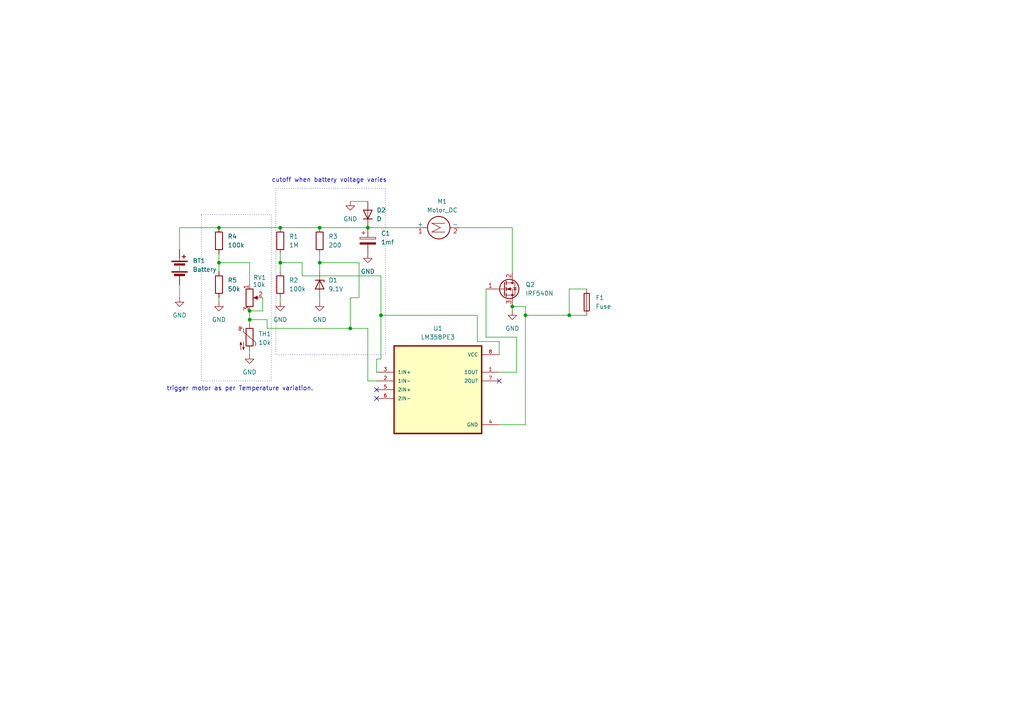
<source format=kicad_sch>
(kicad_sch (version 20231120) (generator "eeschema") (generator_version "8.0")
  (paper "A4")
  (lib_symbols
    (symbol "Device:Battery" (pin_numbers hide) (pin_names (offset 0) hide)
      (property "Reference" "BT" (at 2.54 2.54 0))
      (property "Value" "Battery" (at 2.54 0 0))
      (symbol "Battery_0_1"
        (rectangle (start -2.286 -1.27) (end 2.286 -1.524) (fill (type outline)))
        (rectangle (start -2.286 1.778) (end 2.286 1.524) (fill (type outline)))
        (rectangle (start -1.524 -2.032) (end 1.524 -2.54) (fill (type outline)))
        (rectangle (start -1.524 1.016) (end 1.524 0.508) (fill (type outline)))
        (polyline (pts (xy 0 -1.016) (xy 0 -0.762)))
        (polyline (pts (xy 0 -0.508) (xy 0 -0.254)))
        (polyline (pts (xy 0 0) (xy 0 0.254)))
        (polyline (pts (xy 0 1.778) (xy 0 2.54)))
        (polyline (pts (xy 0.762 3.048) (xy 1.778 3.048)) (stroke (width 0.254)))
        (polyline (pts (xy 1.27 3.556) (xy 1.27 2.54)) (stroke (width 0.254)))
      )
      (symbol "Battery_1_1"
        (pin passive line (at 0 5.08 270) (length 2.54) (name "+") (number "1"))
        (pin passive line (at 0 -5.08 90) (length 2.54) (name "-") (number "2"))
      )
    )
    (symbol "Device:C_Polarized" (pin_numbers hide) (pin_names (offset 0.254))
      (property "Reference" "C" (at 0.635 2.54 0))
      (property "Value" "C_Polarized" (at 0.635 -2.54 0))
      (symbol "C_Polarized_0_1"
        (rectangle (start -2.286 0.508) (end 2.286 1.016))
        (polyline (pts (xy -1.778 2.286) (xy -0.762 2.286)))
        (polyline (pts (xy -1.27 2.794) (xy -1.27 1.778)))
        (rectangle (start 2.286 -0.508) (end -2.286 -1.016) (fill (type outline)))
      )
      (symbol "C_Polarized_1_1"
        (pin passive line (at 0 3.81 270) (length 2.794) (name "~") (number "1"))
        (pin passive line (at 0 -3.81 90) (length 2.794) (name "~") (number "2"))
      )
    )
    (symbol "Device:D" (pin_numbers hide) (pin_names (offset 1.016) hide)
      (property "Reference" "D" (at 0 2.54 0))
      (property "Value" "D" (at 0 -2.54 0))
      (symbol "D_0_1"
        (polyline (pts (xy -1.27 1.27) (xy -1.27 -1.27)) (stroke (width 0.254)))
        (polyline (pts (xy 1.27 0) (xy -1.27 0)))
        (polyline (pts (xy 1.27 1.27) (xy 1.27 -1.27) (xy -1.27 0) (xy 1.27 1.27)) (stroke (width 0.254)))
      )
      (symbol "D_1_1"
        (pin passive line (at -3.81 0 0) (length 2.54) (name "K") (number "1"))
        (pin passive line (at 3.81 0 180) (length 2.54) (name "A") (number "2"))
      )
    )
    (symbol "Device:D_Zener" (pin_numbers hide) (pin_names (offset 1.016) hide)
      (property "Reference" "D" (at 0 2.54 0))
      (property "Value" "D_Zener" (at 0 -2.54 0))
      (symbol "D_Zener_0_1"
        (polyline (pts (xy 1.27 0) (xy -1.27 0)))
        (polyline (pts (xy -1.27 -1.27) (xy -1.27 1.27) (xy -0.762 1.27)) (stroke (width 0.254)))
        (polyline (pts (xy 1.27 -1.27) (xy 1.27 1.27) (xy -1.27 0) (xy 1.27 -1.27)) (stroke (width 0.254)))
      )
      (symbol "D_Zener_1_1"
        (pin passive line (at -3.81 0 0) (length 2.54) (name "K") (number "1"))
        (pin passive line (at 3.81 0 180) (length 2.54) (name "A") (number "2"))
      )
    )
    (symbol "Device:Fuse" (pin_numbers hide) (pin_names (offset 0))
      (property "Reference" "F" (at 2.032 0 90))
      (property "Value" "Fuse" (at -1.905 0 90))
      (symbol "Fuse_0_1"
        (rectangle (start -0.762 -2.54) (end 0.762 2.54) (stroke (width 0.254)))
        (polyline (pts (xy 0 2.54) (xy 0 -2.54)))
      )
      (symbol "Fuse_1_1"
        (pin passive line (at 0 3.81 270) (length 1.27) (name "~") (number "1"))
        (pin passive line (at 0 -3.81 90) (length 1.27) (name "~") (number "2"))
      )
    )
    (symbol "Device:R" (pin_numbers hide) (pin_names (offset 0))
      (property "Reference" "R" (at 2.032 0 90))
      (property "Value" "R" (at 0 0 90))
      (symbol "R_0_1"
        (rectangle (start -1.016 -2.54) (end 1.016 2.54) (stroke (width 0.254)))
      )
      (symbol "R_1_1"
        (pin passive line (at 0 3.81 270) (length 1.27) (name "~") (number "1"))
        (pin passive line (at 0 -3.81 90) (length 1.27) (name "~") (number "2"))
      )
    )
    (symbol "Device:R_Potentiometer" (pin_names (offset 1.016) hide)
      (property "Reference" "RV" (at -4.445 0 90))
      (property "Value" "R_Potentiometer" (at -2.54 0 90))
      (symbol "R_Potentiometer_0_1"
        (polyline (pts (xy 2.54 0) (xy 1.524 0)))
        (polyline (pts (xy 1.143 0) (xy 2.286 0.508) (xy 2.286 -0.508) (xy 1.143 0)) (fill (type outline)))
        (rectangle (start 1.016 2.54) (end -1.016 -2.54) (stroke (width 0.254)))
      )
      (symbol "R_Potentiometer_1_1"
        (pin passive line (at 0 3.81 270) (length 1.27) (name "1") (number "1"))
        (pin passive line (at 3.81 0 180) (length 1.27) (name "2") (number "2"))
        (pin passive line (at 0 -3.81 90) (length 1.27) (name "3") (number "3"))
      )
    )
    (symbol "Device:Thermistor_NTC" (pin_numbers hide) (pin_names (offset 0))
      (property "Reference" "TH" (at -4.445 0 90))
      (property "Value" "Thermistor_NTC" (at 3.175 0 90))
      (symbol "Thermistor_NTC_0_1"
        (arc (start -3.048 2.159) (mid -3.0495 2.3143) (end -3.175 2.413))
        (arc (start -3.048 2.159) (mid -2.9736 1.9794) (end -2.794 1.905))
        (arc (start -3.048 2.794) (mid -2.9736 2.6144) (end -2.794 2.54))
        (arc (start -2.794 1.905) (mid -2.6144 1.9794) (end -2.54 2.159))
        (arc (start -2.794 2.54) (mid -2.4393 2.5587) (end -2.159 2.794))
        (arc (start -2.794 3.048) (mid -2.9736 2.9736) (end -3.048 2.794))
        (arc (start -2.54 2.794) (mid -2.6144 2.9736) (end -2.794 3.048))
        (rectangle (start -1.016 2.54) (end 1.016 -2.54) (stroke (width 0.254)))
        (polyline (pts (xy -2.54 2.159) (xy -2.54 2.794)))
        (polyline (pts (xy -1.778 2.54) (xy -1.778 1.524) (xy 1.778 -1.524) (xy 1.778 -2.54)))
        (polyline (pts (xy -2.54 -3.683) (xy -2.54 -1.397) (xy -2.794 -2.159) (xy -2.286 -2.159) (xy -2.54 -1.397) (xy -2.54 -1.651)) (fill (type outline)))
        (polyline (pts (xy -1.778 -1.397) (xy -1.778 -3.683) (xy -2.032 -2.921) (xy -1.524 -2.921) (xy -1.778 -3.683) (xy -1.778 -3.429)) (fill (type outline)))
      )
      (symbol "Thermistor_NTC_1_1"
        (pin passive line (at 0 3.81 270) (length 1.27) (name "~") (number "1"))
        (pin passive line (at 0 -3.81 90) (length 1.27) (name "~") (number "2"))
      )
    )
    (symbol "LM358PE3:LM358PE3" (pin_names (offset 1.016))
      (property "Reference" "U" (at -12.7 13.7 0))
      (property "Value" "LM358PE3" (at -12.7 -16.7 0))
      (symbol "LM358PE3_0_0"
        (rectangle (start -12.7 -12.7) (end 12.7 12.7) (stroke (width 0.41)) (fill (type background)))
        (pin output line (at 17.78 5.08 180) (length 5.08) (name "1OUT") (number "1"))
        (pin input line (at -17.78 2.54 0) (length 5.08) (name "1IN-") (number "2"))
        (pin input line (at -17.78 5.08 0) (length 5.08) (name "1IN+") (number "3"))
        (pin power_in line (at 17.78 -10.16 180) (length 5.08) (name "GND") (number "4"))
        (pin input line (at -17.78 0 0) (length 5.08) (name "2IN+") (number "5"))
        (pin input line (at -17.78 -2.54 0) (length 5.08) (name "2IN-") (number "6"))
        (pin output line (at 17.78 2.54 180) (length 5.08) (name "2OUT") (number "7"))
        (pin power_in line (at 17.78 10.16 180) (length 5.08) (name "VCC") (number "8"))
      )
    )
    (symbol "Motor:Motor_DC" (pin_names (offset 0))
      (property "Reference" "M" (at 2.54 2.54 0))
      (property "Value" "Motor_DC" (at 2.54 -5.08 0))
      (symbol "Motor_DC_0_0"
        (polyline (pts (xy -1.27 -3.302) (xy -1.27 0.508) (xy 0 -2.032) (xy 1.27 0.508) (xy 1.27 -3.302)))
      )
      (symbol "Motor_DC_0_1"
        (circle (center 0 -1.524) (radius 3.2512) (stroke (width 0.254)))
        (polyline (pts (xy 0 -7.62) (xy 0 -7.112)))
        (polyline (pts (xy 0 -4.7752) (xy 0 -5.1816)))
        (polyline (pts (xy 0 1.7272) (xy 0 2.0828)))
        (polyline (pts (xy 0 2.032) (xy 0 2.54)))
      )
      (symbol "Motor_DC_1_1"
        (pin passive line (at 0 5.08 270) (length 2.54) (name "+") (number "1"))
        (pin passive line (at 0 -7.62 90) (length 2.54) (name "-") (number "2"))
      )
    )
    (symbol "Transistor_FET:IRF540N" (pin_names hide)
      (property "Reference" "Q" (at 5.08 1.905 0))
      (property "Value" "IRF540N" (at 5.08 0 0))
      (symbol "IRF540N_0_1"
        (polyline (pts (xy 0.254 0) (xy -2.54 0)))
        (polyline (pts (xy 0.254 1.905) (xy 0.254 -1.905)) (stroke (width 0.254)))
        (polyline (pts (xy 0.762 -1.27) (xy 0.762 -2.286)) (stroke (width 0.254)))
        (polyline (pts (xy 0.762 0.508) (xy 0.762 -0.508)) (stroke (width 0.254)))
        (polyline (pts (xy 0.762 2.286) (xy 0.762 1.27)) (stroke (width 0.254)))
        (polyline (pts (xy 2.54 2.54) (xy 2.54 1.778)))
        (polyline (pts (xy 2.54 -2.54) (xy 2.54 0) (xy 0.762 0)))
        (polyline (pts (xy 0.762 -1.778) (xy 3.302 -1.778) (xy 3.302 1.778) (xy 0.762 1.778)))
        (polyline (pts (xy 1.016 0) (xy 2.032 0.381) (xy 2.032 -0.381) (xy 1.016 0)) (fill (type outline)))
        (polyline (pts (xy 2.794 0.508) (xy 2.921 0.381) (xy 3.683 0.381) (xy 3.81 0.254)))
        (polyline (pts (xy 3.302 0.381) (xy 2.921 -0.254) (xy 3.683 -0.254) (xy 3.302 0.381)))
        (circle (center 1.651 0) (radius 2.794) (stroke (width 0.254)))
        (circle (center 2.54 -1.778) (radius 0.254) (fill (type outline)))
        (circle (center 2.54 1.778) (radius 0.254) (fill (type outline)))
      )
      (symbol "IRF540N_1_1"
        (pin input line (at -5.08 0 0) (length 2.54) (name "G") (number "1"))
        (pin passive line (at 2.54 5.08 270) (length 2.54) (name "D") (number "2"))
        (pin passive line (at 2.54 -5.08 90) (length 2.54) (name "S") (number "3"))
      )
    )
    (symbol "power:GND" (power) (pin_numbers hide) (pin_names (offset 0) hide)
      (property "Value" "GND" (at 0 -3.81 0))
      (symbol "GND_0_1"
        (polyline (pts (xy 0 0) (xy 0 -1.27) (xy 1.27 -1.27) (xy 0 -2.54) (xy -1.27 -1.27) (xy 0 -1.27)))
      )
      (symbol "GND_1_1"
        (pin power_in line (at 0 0 270) (length 0) (name "~") (number "1"))
      )
    )
  )
  (junction (at 81.28 76.2))
  (junction (at 72.39 92.71))
  (junction (at 63.5 76.2))
  (junction (at 101.6 95.25))
  (junction (at 63.5 66.04))
  (junction (at 148.59 88.9))
  (junction (at 92.71 76.2))
  (junction (at 106.68 66.04))
  (junction (at 110.49 91.44))
  (junction (at 81.28 66.04))
  (junction (at 165.1 91.44))
  (junction (at 152.4 91.44))
  (junction (at 72.39 90.17))
  (junction (at 92.71 66.04))
  (no_connect (at 109.22 113.03))
  (no_connect (at 109.22 115.57))
  (no_connect (at 144.78 110.49))
  (wire (pts (xy 63.5 86.36) (xy 63.5 87.63)))
  (wire (pts (xy 72.39 90.17) (xy 76.2 90.17)))
  (wire (pts (xy 110.49 91.44) (xy 110.49 104.14)))
  (wire (pts (xy 104.14 86.36) (xy 101.6 86.36)))
  (wire (pts (xy 152.4 91.44) (xy 152.4 123.19)))
  (wire (pts (xy 101.6 58.42) (xy 106.68 58.42)))
  (wire (pts (xy 63.5 73.66) (xy 63.5 76.2)))
  (wire (pts (xy 152.4 88.9) (xy 148.59 88.9)))
  (wire (pts (xy 149.86 107.95) (xy 149.86 97.79)))
  (wire (pts (xy 144.78 102.87) (xy 144.78 99.06)))
  (wire (pts (xy 165.1 91.44) (xy 170.18 91.44)))
  (wire (pts (xy 87.63 80.01) (xy 87.63 76.2)))
  (wire (pts (xy 110.49 80.01) (xy 87.63 80.01)))
  (wire (pts (xy 144.78 123.19) (xy 152.4 123.19)))
  (wire (pts (xy 133.35 66.04) (xy 148.59 66.04)))
  (wire (pts (xy 170.18 83.82) (xy 165.1 83.82)))
  (wire (pts (xy 77.47 92.71) (xy 72.39 92.71)))
  (wire (pts (xy 81.28 73.66) (xy 81.28 76.2)))
  (wire (pts (xy 148.59 88.9) (xy 148.59 90.17)))
  (wire (pts (xy 110.49 91.44) (xy 138.43 91.44)))
  (wire (pts (xy 109.22 110.49) (xy 106.68 110.49)))
  (wire (pts (xy 101.6 86.36) (xy 101.6 95.25)))
  (wire (pts (xy 76.2 86.36) (xy 76.2 90.17)))
  (wire (pts (xy 165.1 83.82) (xy 165.1 91.44)))
  (wire (pts (xy 63.5 66.04) (xy 81.28 66.04)))
  (wire (pts (xy 72.39 90.17) (xy 72.39 92.71)))
  (wire (pts (xy 72.39 76.2) (xy 72.39 82.55)))
  (wire (pts (xy 77.47 95.25) (xy 77.47 92.71)))
  (wire (pts (xy 92.71 73.66) (xy 92.71 76.2)))
  (wire (pts (xy 87.63 76.2) (xy 81.28 76.2)))
  (wire (pts (xy 106.68 95.25) (xy 101.6 95.25)))
  (wire (pts (xy 140.97 97.79) (xy 140.97 83.82)))
  (wire (pts (xy 81.28 86.36) (xy 81.28 87.63)))
  (wire (pts (xy 149.86 97.79) (xy 140.97 97.79)))
  (wire (pts (xy 152.4 88.9) (xy 152.4 91.44)))
  (wire (pts (xy 148.59 66.04) (xy 148.59 78.74)))
  (wire (pts (xy 92.71 66.04) (xy 106.68 66.04)))
  (wire (pts (xy 52.07 72.39) (xy 52.07 66.04)))
  (wire (pts (xy 81.28 66.04) (xy 92.71 66.04)))
  (wire (pts (xy 109.22 104.14) (xy 109.22 107.95)))
  (wire (pts (xy 92.71 76.2) (xy 92.71 78.74)))
  (wire (pts (xy 144.78 107.95) (xy 149.86 107.95)))
  (wire (pts (xy 106.68 110.49) (xy 106.68 95.25)))
  (wire (pts (xy 165.1 91.44) (xy 152.4 91.44)))
  (wire (pts (xy 106.68 66.04) (xy 120.65 66.04)))
  (wire (pts (xy 52.07 82.55) (xy 52.07 86.36)))
  (wire (pts (xy 110.49 80.01) (xy 110.49 91.44)))
  (wire (pts (xy 138.43 99.06) (xy 138.43 91.44)))
  (wire (pts (xy 72.39 92.71) (xy 72.39 93.98)))
  (wire (pts (xy 72.39 76.2) (xy 63.5 76.2)))
  (wire (pts (xy 52.07 66.04) (xy 63.5 66.04)))
  (wire (pts (xy 81.28 76.2) (xy 81.28 78.74)))
  (wire (pts (xy 101.6 95.25) (xy 77.47 95.25)))
  (wire (pts (xy 144.78 99.06) (xy 138.43 99.06)))
  (wire (pts (xy 110.49 104.14) (xy 109.22 104.14)))
  (wire (pts (xy 104.14 76.2) (xy 92.71 76.2)))
  (wire (pts (xy 104.14 86.36) (xy 104.14 76.2)))
  (wire (pts (xy 92.71 86.36) (xy 92.71 87.63)))
  (wire (pts (xy 72.39 101.6) (xy 72.39 102.87)))
  (wire (pts (xy 63.5 76.2) (xy 63.5 78.74)))
  (rectangle (start 80.01 54.61) (end 111.76 102.87) (stroke (width 0) (type dot)))
  (rectangle (start 58.42 62.23) (end 78.74 110.49) (stroke (width 0) (type dot)))
  (text "cutoff when battery voltage varies\n" (at 95.504 52.324 0) (effects (font (size 1.27 1.27))))
  (text "trigger motor as per Temperature variation.\n" (at 69.596 112.776 0) (effects (font (size 1.27 1.27))))
  (symbol (lib_id "power:GND") (at 101.6 58.42 0) (unit 1)
    (property "Reference" "#PWR06" (effects (hide yes)))
    (property "Value" "GND" (at 101.6 63.5 0))
    (property "Description" "Power symbol creates a global label with name \"GND\" , ground" (effects (hide yes)))
  )
  (symbol (lib_id "power:GND") (at 148.59 90.17 0) (unit 1)
    (property "Reference" "#PWR09" (effects (hide yes)))
    (property "Value" "GND" (at 148.59 95.25 0))
    (property "Description" "Power symbol creates a global label with name \"GND\" , ground" (effects (hide yes)))
  )
  (symbol (lib_id "Device:Battery") (at 52.07 77.47 0) (unit 1)
    (property "Reference" "BT1" (at 55.88 75.6284 0) (effects (justify left)))
    (property "Value" "Battery" (at 55.88 78.1684 0) (effects (justify left)))
    (property "Footprint" "Connector_PinHeader_2.54mm:PinHeader_1x02_P2.54mm_Vertical" (effects (hide yes)))
    (property "Description" "Multiple-cell battery" (effects (hide yes)))
  )
  (symbol (lib_id "Motor:Motor_DC") (at 125.73 66.04 90) (unit 1)
    (property "Reference" "M1" (at 128.27 58.42 90))
    (property "Value" "Motor_DC" (at 128.27 60.96 90))
    (property "Footprint" "Connector_PinHeader_2.54mm:PinHeader_1x02_P2.54mm_Vertical" (effects (hide yes)))
    (property "Description" "DC Motor" (effects (hide yes)))
  )
  (symbol (lib_id "Device:D_Zener") (at 92.71 82.55 270) (unit 1)
    (property "Reference" "D1" (at 95.25 81.2799 90) (effects (justify left)))
    (property "Value" "9.1V" (at 95.25 83.8199 90) (effects (justify left)))
    (property "Footprint" "Diode_THT:D_DO-34_SOD68_P12.70mm_Horizontal" (effects (hide yes)))
    (property "Description" "Zener diode" (effects (hide yes)))
  )
  (symbol (lib_id "Device:C_Polarized") (at 106.68 69.85 0) (unit 1)
    (property "Reference" "C1" (at 110.49 67.6909 0) (effects (justify left)))
    (property "Value" "1mf" (at 110.49 70.2309 0) (effects (justify left)))
    (property "Footprint" "Capacitor_THT:CP_Radial_D12.5mm_P7.50mm" (effects (hide yes)))
    (property "Description" "Polarized capacitor" (effects (hide yes)))
  )
  (symbol (lib_id "Transistor_FET:IRF540N") (at 146.05 83.82 0) (unit 1)
    (property "Reference" "Q2" (at 152.4 82.5499 0) (effects (justify left)))
    (property "Value" "IRF540N" (at 152.4 85.0899 0) (effects (justify left)))
    (property "Footprint" "Package_TO_SOT_THT:TO-220-3_Vertical" (effects (hide yes)))
    (property "Datasheet" "http://www.irf.com/product-info/datasheets/data/irf540n.pdf" (effects (hide yes)))
    (property "Description" "33A Id, 100V Vds, HEXFET N-Channel MOSFET, TO-220" (effects (hide yes)))
  )
  (symbol (lib_id "power:GND") (at 72.39 102.87 0) (unit 1)
    (property "Reference" "#PWR08" (effects (hide yes)))
    (property "Value" "GND" (at 72.39 107.95 0))
    (property "Description" "Power symbol creates a global label with name \"GND\" , ground" (effects (hide yes)))
  )
  (symbol (lib_id "Device:R") (at 63.5 82.55 0) (unit 1)
    (property "Reference" "R5" (at 66.04 81.2799 0) (effects (justify left)))
    (property "Value" "50k" (at 66.04 83.8199 0) (effects (justify left)))
    (property "Footprint" "Resistor_THT:R_Axial_DIN0207_L6.3mm_D2.5mm_P7.62mm_Horizontal" (effects (hide yes)))
    (property "Description" "Resistor" (effects (hide yes)))
    (property "Sim.Device" "R" (effects (hide yes)))
    (property "Sim.Type" "=" (effects (hide yes)))
    (property "Sim.Params" "r=R" (effects (hide yes)))
    (property "Sim.Pins" "1=+ 2=-" (effects (hide yes)))
  )
  (symbol (lib_id "power:GND") (at 52.07 86.36 0) (unit 1)
    (property "Reference" "#PWR04" (effects (hide yes)))
    (property "Value" "GND" (at 52.07 91.44 0))
    (property "Description" "Power symbol creates a global label with name \"GND\" , ground" (effects (hide yes)))
  )
  (symbol (lib_id "Device:R") (at 81.28 82.55 0) (unit 1)
    (property "Reference" "R2" (at 83.82 81.2799 0) (effects (justify left)))
    (property "Value" "100k" (at 83.82 83.8199 0) (effects (justify left)))
    (property "Footprint" "Resistor_THT:R_Axial_DIN0207_L6.3mm_D2.5mm_P7.62mm_Horizontal" (effects (hide yes)))
    (property "Description" "Resistor" (effects (hide yes)))
    (property "Sim.Device" "R" (effects (hide yes)))
    (property "Sim.Type" "=" (effects (hide yes)))
    (property "Sim.Params" "r=R" (effects (hide yes)))
    (property "Sim.Pins" "1=+ 2=-" (effects (hide yes)))
  )
  (symbol (lib_id "LM358PE3:LM358PE3") (at 127 113.03 0) (unit 1)
    (property "Reference" "U1" (at 127 95.25 0))
    (property "Value" "LM358PE3" (at 127 97.79 0))
    (property "Footprint" "LM358PE3:DIP794W45P254L959H508Q8" (effects (hide yes)))
    (property "MF" "Texas Instruments" (effects (hide yes)))
    (property "Description_1" "\nDual, 30-V, 700-kHz operational amplifier\n" (effects (hide yes)))
    (property "Package" "PDIP-8 Texas" (effects (hide yes)))
    (property "Price" "None" (effects (hide yes)))
    (property "SnapEDA_Link" "https://www.snapeda.com/parts/LM358PE3/Texas+Instruments/view-part/?ref=snap" (effects (hide yes)))
    (property "MP" "LM358PE3" (effects (hide yes)))
    (property "Availability" "In Stock" (effects (hide yes)))
    (property "Check_prices" "https://www.snapeda.com/parts/LM358PE3/Texas+Instruments/view-part/?ref=eda" (effects (hide yes)))
  )
  (symbol (lib_id "Device:R_Potentiometer") (at 72.39 86.36 0) (unit 1)
    (property "Reference" "RV1" (at 77.216 80.518 0) (effects (justify right)))
    (property "Value" "10k" (at 76.962 82.55 0) (effects (justify right)))
    (property "Footprint" "Potentiometer_THT:Potentiometer_Bourns_3296W_Vertical" (effects (hide yes)))
    (property "Description" "Potentiometer" (effects (hide yes)))
  )
  (symbol (lib_id "Device:R") (at 63.5 69.85 0) (unit 1)
    (property "Reference" "R4" (at 66.04 68.5799 0) (effects (justify left)))
    (property "Value" "100k" (at 66.04 71.1199 0) (effects (justify left)))
    (property "Footprint" "Resistor_THT:R_Axial_DIN0207_L6.3mm_D2.5mm_P7.62mm_Horizontal" (effects (hide yes)))
    (property "Description" "Resistor" (effects (hide yes)))
  )
  (symbol (lib_id "Device:D") (at 106.68 62.23 90) (unit 1)
    (property "Reference" "D2" (at 109.22 60.9599 90) (effects (justify right)))
    (property "Value" "D" (at 109.22 63.4999 90) (effects (justify right)))
    (property "Footprint" "Diode_THT:D_A-405_P12.70mm_Horizontal" (effects (hide yes)))
    (property "Description" "Diode" (effects (hide yes)))
    (property "Sim.Device" "D" (effects (hide yes)))
    (property "Sim.Pins" "1=K 2=A" (effects (hide yes)))
  )
  (symbol (lib_id "power:GND") (at 81.28 87.63 0) (unit 1)
    (property "Reference" "#PWR01" (effects (hide yes)))
    (property "Value" "GND" (at 81.28 92.71 0))
    (property "Description" "Power symbol creates a global label with name \"GND\" , ground" (effects (hide yes)))
  )
  (symbol (lib_id "power:GND") (at 63.5 87.63 0) (unit 1)
    (property "Reference" "#PWR07" (effects (hide yes)))
    (property "Value" "GND" (at 63.5 92.71 0))
    (property "Description" "Power symbol creates a global label with name \"GND\" , ground" (effects (hide yes)))
  )
  (symbol (lib_id "Device:R") (at 92.71 69.85 0) (unit 1)
    (property "Reference" "R3" (at 95.25 68.5799 0) (effects (justify left)))
    (property "Value" "200" (at 95.25 71.1199 0) (effects (justify left)))
    (property "Footprint" "Resistor_THT:R_Axial_DIN0207_L6.3mm_D2.5mm_P7.62mm_Horizontal" (effects (hide yes)))
    (property "Description" "Resistor" (effects (hide yes)))
  )
  (symbol (lib_id "Device:Fuse") (at 170.18 87.63 0) (unit 1)
    (property "Reference" "F1" (at 172.72 86.3599 0) (effects (justify left)))
    (property "Value" "Fuse" (at 172.72 88.8999 0) (effects (justify left)))
    (property "Footprint" "Connector_PinHeader_2.54mm:PinHeader_1x02_P2.54mm_Vertical" (effects (hide yes)))
    (property "Description" "Fuse" (effects (hide yes)))
  )
  (symbol (lib_id "power:GND") (at 92.71 87.63 0) (unit 1)
    (property "Reference" "#PWR02" (effects (hide yes)))
    (property "Value" "GND" (at 92.71 92.71 0))
    (property "Description" "Power symbol creates a global label with name \"GND\" , ground" (effects (hide yes)))
  )
  (symbol (lib_id "Device:Thermistor_NTC") (at 72.39 97.79 0) (unit 1)
    (property "Reference" "TH1" (at 74.93 96.8374 0) (effects (justify left)))
    (property "Value" "10k" (at 74.93 99.3774 0) (effects (justify left)))
    (property "Footprint" "Connector_PinHeader_2.54mm:PinHeader_1x02_P2.54mm_Vertical" (effects (hide yes)))
    (property "Description" "Temperature dependent resistor, negative temperature coefficient" (effects (hide yes)))
  )
  (symbol (lib_id "Device:R") (at 81.28 69.85 0) (unit 1)
    (property "Reference" "R1" (at 83.82 68.5799 0) (effects (justify left)))
    (property "Value" "1M" (at 83.82 71.1199 0) (effects (justify left)))
    (property "Footprint" "Resistor_THT:R_Axial_DIN0207_L6.3mm_D2.5mm_P7.62mm_Horizontal" (effects (hide yes)))
    (property "Description" "Resistor" (effects (hide yes)))
  )
  (symbol (lib_id "power:GND") (at 106.68 73.66 0) (unit 1)
    (property "Reference" "#PWR05" (effects (hide yes)))
    (property "Value" "GND" (at 106.68 78.74 0))
    (property "Description" "Power symbol creates a global label with name \"GND\" , ground" (effects (hide yes)))
  )
)
</source>
